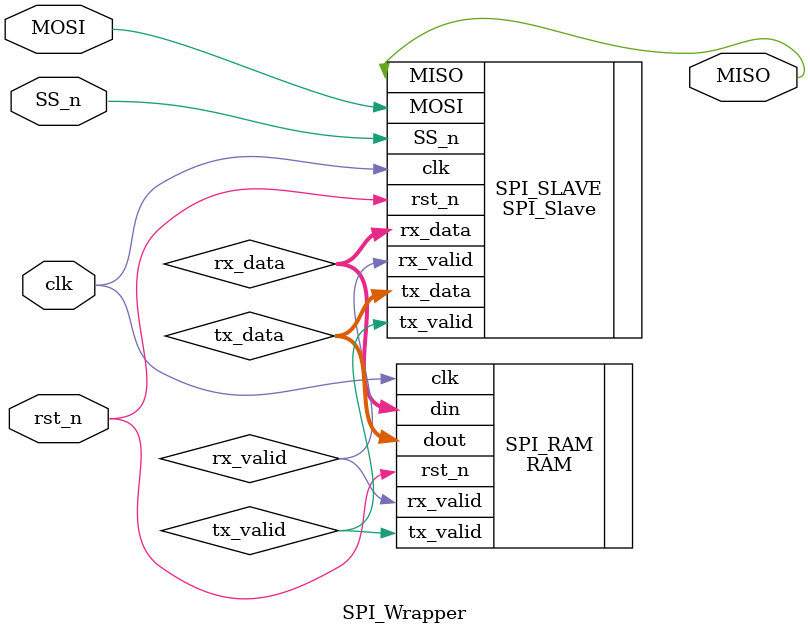
<source format=v>
module SPI_Wrapper(MOSI, MISO, SS_n, clk, rst_n);
// Ports
input MOSI, clk, rst_n, SS_n;
output MISO;

// Internal Signals
wire [9:0] rx_data;
wire rx_valid;
wire [7:0] tx_data;
wire tx_valid;

// Instantiations
SPI_Slave SPI_SLAVE (.MOSI(MOSI), .MISO(MISO), .SS_n(SS_n), .clk(clk), .rst_n(rst_n),.rx_data(rx_data),.rx_valid(rx_valid), .tx_valid(tx_valid), .tx_data(tx_data));
RAM #(.ADDR_SIZE(8), .MEM_DEPTH(256)) SPI_RAM (.din(rx_data), .rx_valid(rx_valid), .clk(clk),.rst_n(rst_n), .dout(tx_data),.tx_valid(tx_valid));
endmodule
</source>
